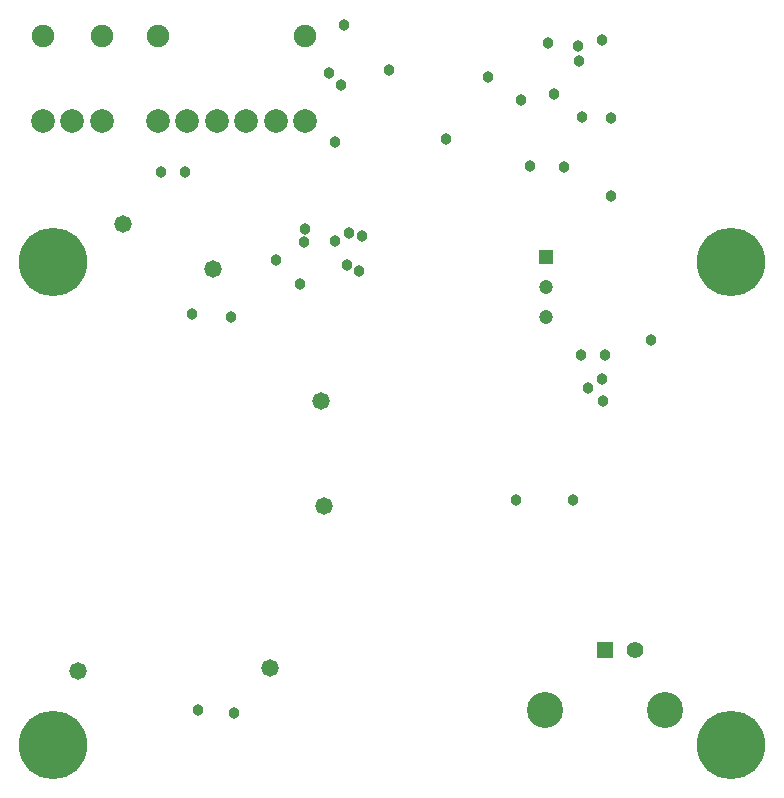
<source format=gbr>
%TF.GenerationSoftware,Altium Limited,Altium Designer,23.3.1 (30)*%
G04 Layer_Color=16711935*
%FSLAX45Y45*%
%MOMM*%
%TF.SameCoordinates,6F745D81-4E65-4738-B163-C7EBCDBB3273*%
%TF.FilePolarity,Negative*%
%TF.FileFunction,Soldermask,Bot*%
%TF.Part,Single*%
G01*
G75*
%TA.AperFunction,ComponentPad*%
%ADD33C,1.40000*%
%ADD34R,1.40000X1.40000*%
%ADD35C,3.05000*%
%ADD36C,1.20000*%
%ADD37R,1.20000X1.20000*%
%ADD56C,1.90320*%
%ADD57C,2.00320*%
%TA.AperFunction,ViaPad*%
%ADD58C,5.79120*%
%ADD59C,1.47320*%
%ADD60C,0.96520*%
D33*
X13792200Y5478500D02*
D03*
D34*
X13538200D02*
D03*
D35*
X14046201Y4970500D02*
D03*
X13030200D02*
D03*
D36*
X13042400Y8293100D02*
D03*
Y8547100D02*
D03*
D37*
Y8801100D02*
D03*
D56*
X11000900Y10677100D02*
D03*
X9750900D02*
D03*
X9279700D02*
D03*
X8779700D02*
D03*
D57*
X9750900Y9959100D02*
D03*
X10000900D02*
D03*
X10250900D02*
D03*
X10500900D02*
D03*
X10750900D02*
D03*
X11000900D02*
D03*
X9279700D02*
D03*
X9029700D02*
D03*
X8779700D02*
D03*
D58*
X14605000Y8763000D02*
D03*
X8864600D02*
D03*
X14605000Y4673600D02*
D03*
X8864600D02*
D03*
D59*
X11163300Y6692900D02*
D03*
X11137900Y7581900D02*
D03*
X9461500Y9080500D02*
D03*
X10223500Y8699500D02*
D03*
X9080500Y5295900D02*
D03*
X10706100Y5321300D02*
D03*
D60*
X10987937Y8932291D02*
D03*
X13106819Y10181564D02*
D03*
X11370982Y9010282D02*
D03*
X11252200Y8940800D02*
D03*
X11485700Y8978900D02*
D03*
X11455400Y8686800D02*
D03*
X13309599Y10591800D02*
D03*
X12903200Y9575800D02*
D03*
X13195451Y9565640D02*
D03*
X11252200Y9779000D02*
D03*
X13398828Y7696200D02*
D03*
X13538200Y7975600D02*
D03*
X13335001D02*
D03*
X13055600Y10617200D02*
D03*
X13512801Y10642600D02*
D03*
X11709400Y10388600D02*
D03*
X11201400Y10363200D02*
D03*
X11303000Y10261600D02*
D03*
X11328400Y10769600D02*
D03*
X13525500Y7581900D02*
D03*
X13931900Y8102600D02*
D03*
X13340372Y9987485D02*
D03*
X13318620Y10461110D02*
D03*
X12547600Y10325712D02*
D03*
X12192000Y9804400D02*
D03*
X12788900Y6743700D02*
D03*
X13589000Y9321800D02*
D03*
Y9982200D02*
D03*
X12827000Y10134600D02*
D03*
X9779000Y9525000D02*
D03*
X9982200D02*
D03*
X10998200Y9042400D02*
D03*
X13511310Y7774351D02*
D03*
X10401300Y4940300D02*
D03*
X10045700Y8318500D02*
D03*
X13271500Y6743700D02*
D03*
X10756900Y8775700D02*
D03*
X10375900Y8293100D02*
D03*
X10960100Y8572500D02*
D03*
X10096500Y4965700D02*
D03*
X11353527Y8731956D02*
D03*
%TF.MD5,526fcc6d2b6c44ffdf7b7ceca50db0cb*%
M02*

</source>
